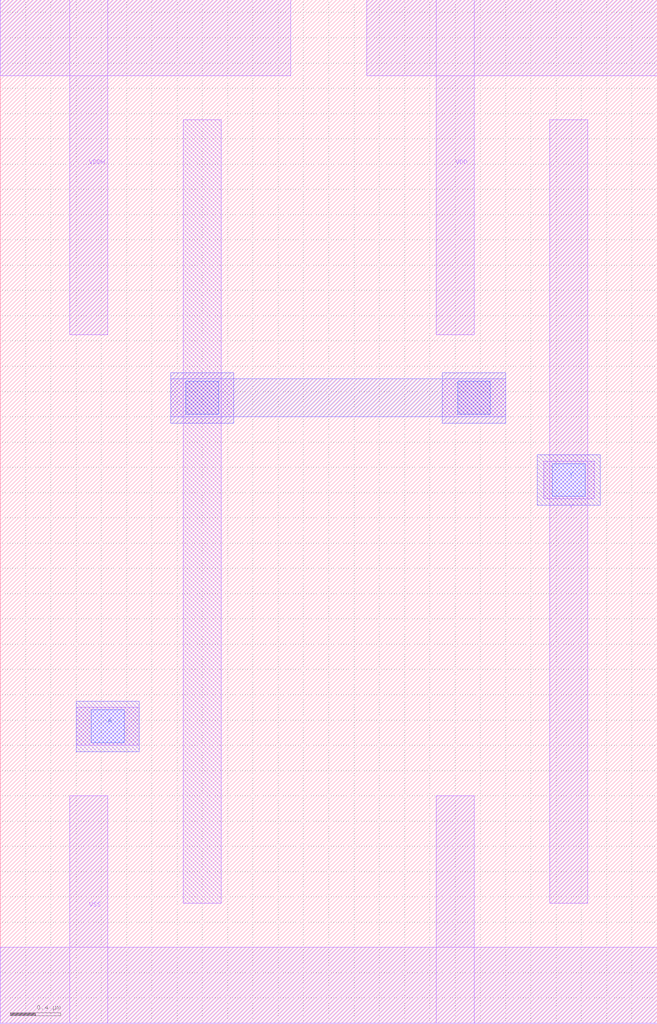
<source format=lef>
# Copyright 2022 Google LLC
# Licensed under the Apache License, Version 2.0 (the "License");
# you may not use this file except in compliance with the License.
# You may obtain a copy of the License at
#
#      http://www.apache.org/licenses/LICENSE-2.0
#
# Unless required by applicable law or agreed to in writing, software
# distributed under the License is distributed on an "AS IS" BASIS,
# WITHOUT WARRANTIES OR CONDITIONS OF ANY KIND, either express or implied.
# See the License for the specific language governing permissions and
# limitations under the License.
VERSION 5.7 ;
BUSBITCHARS "[]" ;
DIVIDERCHAR "/" ;

MACRO gf180mcu_osu_sc_gp12t3v3__lshifdown
  CLASS CORE ;
  ORIGIN 0 0 ;
  FOREIGN gf180mcu_osu_sc_gp12t3v3__lshifdown 0 0 ;
  SIZE 5.2 BY 8.1 ;
  SYMMETRY X Y ;
  SITE GF180_3p3_12t ;
  PIN VDD
    DIRECTION INOUT ;
    USE POWER ;
    SHAPE ABUTMENT ;
    PORT
      LAYER MET1 ;
        RECT 2.9 7.5 5.2 8.1 ;
        RECT 3.45 5.45 3.75 8.1 ;
    END
  END VDD
  PIN VDDH
    DIRECTION INOUT ;
    USE POWER ;
    PORT
      LAYER MET1 ;
        RECT 0 7.5 2.3 8.1 ;
        RECT 0.55 5.45 0.85 8.1 ;
    END
  END VDDH
  PIN VSS
    DIRECTION INOUT ;
    USE GROUND ;
    PORT
      LAYER MET1 ;
        RECT 0 0 5.2 0.6 ;
        RECT 3.45 0 3.75 1.8 ;
        RECT 0.55 0 0.85 1.8 ;
    END
  END VSS
  PIN A
    DIRECTION INPUT ;
    USE SIGNAL ;
    PORT
      LAYER MET1 ;
        RECT 0.6 2.2 1.1 2.5 ;
      LAYER MET2 ;
        RECT 0.6 2.15 1.1 2.55 ;
      LAYER VIA12 ;
        RECT 0.72 2.22 0.98 2.48 ;
    END
  END A
  PIN Y
    DIRECTION OUTPUT ;
    USE SIGNAL ;
    PORT
      LAYER MET1 ;
        RECT 4.3 4.15 4.7 4.45 ;
        RECT 4.35 0.95 4.65 7.15 ;
      LAYER MET2 ;
        RECT 4.25 4.1 4.75 4.5 ;
      LAYER VIA12 ;
        RECT 4.37 4.17 4.63 4.43 ;
    END
  END Y
  OBS
    LAYER MET2 ;
      RECT 3.5 4.75 4 5.15 ;
      RECT 1.35 4.75 1.85 5.15 ;
      RECT 1.35 4.8 4 5.1 ;
    LAYER VIA12 ;
      RECT 3.62 4.82 3.88 5.08 ;
      RECT 1.47 4.82 1.73 5.08 ;
    LAYER MET1 ;
      RECT 1.45 0.95 1.75 7.15 ;
      RECT 1.35 4.8 1.85 5.1 ;
      RECT 3.5 4.8 4 5.1 ;
  END
END gf180mcu_osu_sc_gp12t3v3__lshifdown

</source>
